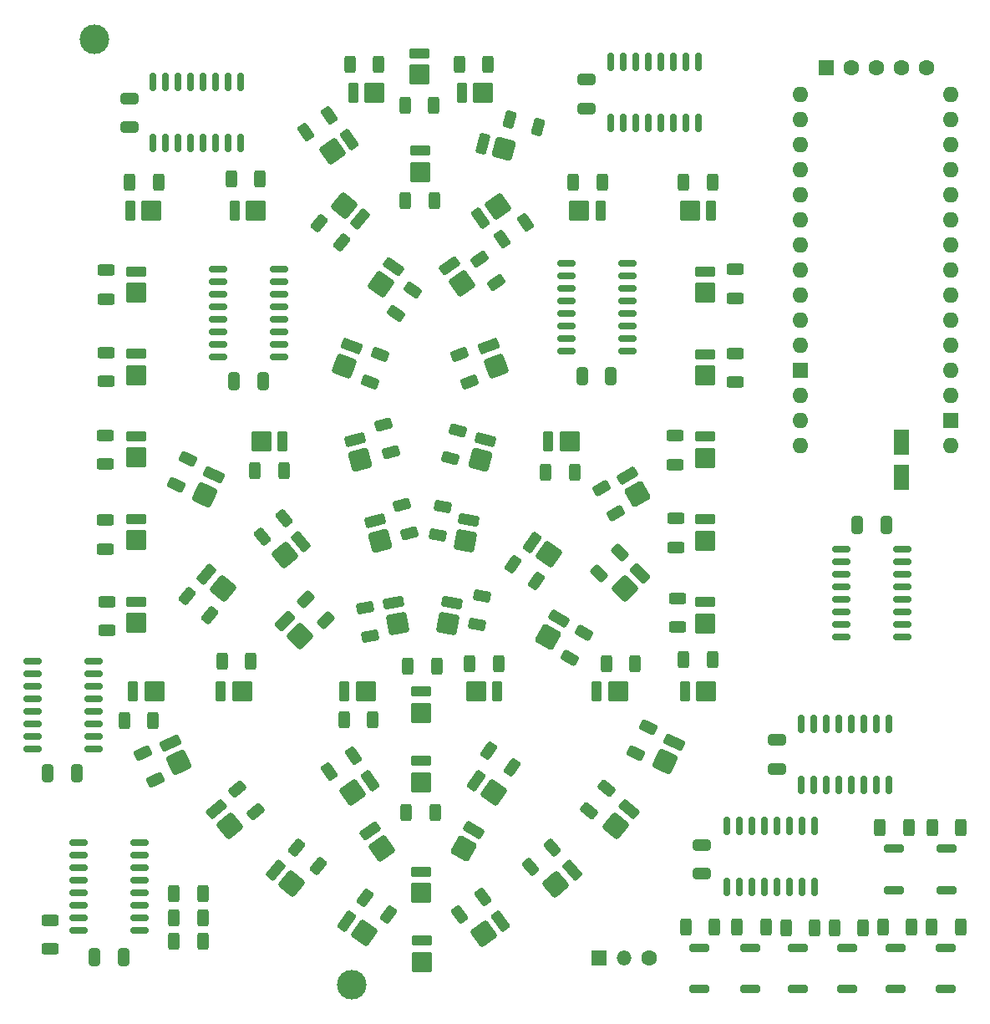
<source format=gts>
G04 #@! TF.GenerationSoftware,KiCad,Pcbnew,9.0.6*
G04 #@! TF.CreationDate,2025-11-26T10:40:33-06:00*
G04 #@! TF.ProjectId,slu,736c752e-6b69-4636-9164-5f7063625858,rev?*
G04 #@! TF.SameCoordinates,Original*
G04 #@! TF.FileFunction,Soldermask,Top*
G04 #@! TF.FilePolarity,Negative*
%FSLAX46Y46*%
G04 Gerber Fmt 4.6, Leading zero omitted, Abs format (unit mm)*
G04 Created by KiCad (PCBNEW 9.0.6) date 2025-11-26 10:40:33*
%MOMM*%
%LPD*%
G01*
G04 APERTURE LIST*
G04 Aperture macros list*
%AMRoundRect*
0 Rectangle with rounded corners*
0 $1 Rounding radius*
0 $2 $3 $4 $5 $6 $7 $8 $9 X,Y pos of 4 corners*
0 Add a 4 corners polygon primitive as box body*
4,1,4,$2,$3,$4,$5,$6,$7,$8,$9,$2,$3,0*
0 Add four circle primitives for the rounded corners*
1,1,$1+$1,$2,$3*
1,1,$1+$1,$4,$5*
1,1,$1+$1,$6,$7*
1,1,$1+$1,$8,$9*
0 Add four rect primitives between the rounded corners*
20,1,$1+$1,$2,$3,$4,$5,0*
20,1,$1+$1,$4,$5,$6,$7,0*
20,1,$1+$1,$6,$7,$8,$9,0*
20,1,$1+$1,$8,$9,$2,$3,0*%
G04 Aperture macros list end*
%ADD10C,3.000000*%
%ADD11RoundRect,0.250000X-0.550000X1.050000X-0.550000X-1.050000X0.550000X-1.050000X0.550000X1.050000X0*%
%ADD12RoundRect,0.165000X-0.385000X-0.885000X0.385000X-0.885000X0.385000X0.885000X-0.385000X0.885000X0*%
%ADD13RoundRect,0.315000X-0.735000X-0.735000X0.735000X-0.735000X0.735000X0.735000X-0.735000X0.735000X0*%
%ADD14RoundRect,0.250000X0.641131X0.277907X0.162353X0.679649X-0.641131X-0.277907X-0.162353X-0.679649X0*%
%ADD15RoundRect,0.165000X-0.885000X0.385000X-0.885000X-0.385000X0.885000X-0.385000X0.885000X0.385000X0*%
%ADD16RoundRect,0.315000X-0.735000X0.735000X-0.735000X-0.735000X0.735000X-0.735000X0.735000X0.735000X0*%
%ADD17RoundRect,0.250000X0.126561X-0.687214X0.625708X-0.311080X-0.126561X0.687214X-0.625708X0.311080X0*%
%ADD18RoundRect,0.250000X-0.312500X-0.625000X0.312500X-0.625000X0.312500X0.625000X-0.312500X0.625000X0*%
%ADD19RoundRect,0.250000X-0.463614X-0.522823X0.140090X-0.684585X0.463614X0.522823X-0.140090X0.684585X0*%
%ADD20RoundRect,0.250000X0.669770X-0.199222X0.561240X0.416283X-0.669770X0.199222X-0.561240X-0.416283X0*%
%ADD21RoundRect,0.165000X-0.898026X-0.353553X-0.353553X-0.898026X0.898026X0.353553X0.353553X0.898026X0*%
%ADD22RoundRect,0.315000X-1.039447X0.000000X0.000000X-1.039447X1.039447X0.000000X0.000000X1.039447X0*%
%ADD23RoundRect,0.250000X0.312500X0.625000X-0.312500X0.625000X-0.312500X-0.625000X0.312500X-0.625000X0*%
%ADD24RoundRect,0.162500X0.750000X0.162500X-0.750000X0.162500X-0.750000X-0.162500X0.750000X-0.162500X0*%
%ADD25RoundRect,0.250000X-0.650000X0.325000X-0.650000X-0.325000X0.650000X-0.325000X0.650000X0.325000X0*%
%ADD26RoundRect,0.165000X-0.863794X-0.430476X-0.273940X-0.925423X0.863794X0.430476X0.273940X0.925423X0*%
%ADD27RoundRect,0.315000X-1.035492X-0.090594X0.090594X-1.035492X1.035492X0.090594X-0.090594X1.035492X0*%
%ADD28RoundRect,0.200000X0.800000X-0.200000X0.800000X0.200000X-0.800000X0.200000X-0.800000X-0.200000X0*%
%ADD29RoundRect,0.250000X-0.625000X0.312500X-0.625000X-0.312500X0.625000X-0.312500X0.625000X0.312500X0*%
%ADD30RoundRect,0.165000X-0.755199X0.600936X-0.954490X-0.142827X0.755199X-0.600936X0.954490X0.142827X0*%
%ADD31RoundRect,0.315000X-0.519723X0.900187X-0.900187X-0.519723X0.519723X-0.900187X0.900187X0.519723X0*%
%ADD32RoundRect,0.165000X0.385000X0.885000X-0.385000X0.885000X-0.385000X-0.885000X0.385000X-0.885000X0*%
%ADD33RoundRect,0.315000X0.735000X0.735000X-0.735000X0.735000X-0.735000X-0.735000X0.735000X-0.735000X0*%
%ADD34RoundRect,0.165000X-0.958932X-0.109080X-0.573932X-0.775920X0.958932X0.109080X0.573932X0.775920X0*%
%ADD35RoundRect,0.315000X-1.004029X0.269029X-0.269029X-1.004029X1.004029X-0.269029X0.269029X1.004029X0*%
%ADD36RoundRect,0.250000X0.162353X-0.679649X0.641131X-0.277907X-0.162353X0.679649X-0.641131X0.277907X0*%
%ADD37RoundRect,0.250000X0.174190X-0.676712X0.645884X-0.266675X-0.174190X0.676712X-0.645884X0.266675X0*%
%ADD38RoundRect,0.162500X-0.750000X-0.162500X0.750000X-0.162500X0.750000X0.162500X-0.750000X0.162500X0*%
%ADD39RoundRect,0.250000X0.434374X-0.547358X0.698511X0.019085X-0.434374X0.547358X-0.698511X-0.019085X0*%
%ADD40RoundRect,0.250000X-0.325000X-0.650000X0.325000X-0.650000X0.325000X0.650000X-0.325000X0.650000X0*%
%ADD41RoundRect,0.250000X-0.522823X0.463614X-0.684585X-0.140090X0.522823X-0.463614X0.684585X0.140090X0*%
%ADD42RoundRect,0.165000X-0.964790X-0.025089X-0.639374X-0.722946X0.964790X0.025089X0.639374X0.722946X0*%
%ADD43RoundRect,0.315000X-0.976761X0.355512X-0.355512X-0.976761X0.976761X-0.355512X0.355512X0.976761X0*%
%ADD44RoundRect,0.162500X0.162500X-0.750000X0.162500X0.750000X-0.162500X0.750000X-0.162500X-0.750000X0*%
%ADD45RoundRect,0.250000X-0.561240X0.416283X-0.669770X-0.199222X0.561240X-0.416283X0.669770X0.199222X0*%
%ADD46RoundRect,0.165000X-0.938409X0.225472X-0.804700X-0.532830X0.938409X-0.225472X0.804700X0.532830X0*%
%ADD47RoundRect,0.315000X-0.851465X0.596202X-0.596202X-0.851465X0.851465X-0.596202X0.596202X0.851465X0*%
%ADD48RoundRect,0.165000X-0.822989X-0.504123X-0.192242X-0.945776X0.822989X0.504123X0.192242X0.945776X0*%
%ADD49RoundRect,0.315000X-1.023655X-0.180498X0.180498X-1.023655X1.023655X0.180498X-0.180498X1.023655X0*%
%ADD50RoundRect,0.165000X-0.639374X0.722946X-0.964790X0.025089X0.639374X-0.722946X0.964790X-0.025089X0*%
%ADD51RoundRect,0.315000X-0.355512X0.976761X-0.976761X-0.355512X0.355512X-0.976761X0.976761X0.355512X0*%
%ADD52RoundRect,0.250000X-0.332727X0.614470X-0.691213X0.102500X0.332727X-0.614470X0.691213X-0.102500X0*%
%ADD53RoundRect,0.165000X-0.192242X0.945776X-0.822989X0.504123X0.192242X-0.945776X0.822989X-0.504123X0*%
%ADD54RoundRect,0.315000X0.180498X1.023655X-1.023655X0.180498X-0.180498X-1.023655X1.023655X-0.180498X0*%
%ADD55RoundRect,0.250000X0.625000X-0.312500X0.625000X0.312500X-0.625000X0.312500X-0.625000X-0.312500X0*%
%ADD56RoundRect,0.165000X-0.954490X0.142827X-0.755199X-0.600936X0.954490X-0.142827X0.755199X0.600936X0*%
%ADD57RoundRect,0.315000X-0.900187X0.519723X-0.519723X-0.900187X0.900187X-0.519723X0.519723X0.900187X0*%
%ADD58RoundRect,0.165000X-0.945776X-0.192242X-0.504123X-0.822989X0.945776X0.192242X0.504123X0.822989X0*%
%ADD59RoundRect,0.315000X-1.023655X0.180498X-0.180498X-1.023655X1.023655X-0.180498X0.180498X1.023655X0*%
%ADD60RoundRect,0.165000X-0.290049X0.920501X-0.871175X0.415335X0.290049X-0.920501X0.871175X-0.415335X0*%
%ADD61RoundRect,0.315000X0.072508X1.036915X-1.036915X0.072508X-0.072508X-1.036915X1.036915X-0.072508X0*%
%ADD62RoundRect,0.250000X-0.684585X0.140090X-0.522823X-0.463614X0.684585X-0.140090X0.522823X0.463614X0*%
%ADD63RoundRect,0.250000X0.220971X-0.662913X0.662913X-0.220971X-0.220971X0.662913X-0.662913X0.220971X0*%
%ADD64RoundRect,0.250000X0.697516X0.041867X0.385016X0.583133X-0.697516X-0.041867X-0.385016X-0.583133X0*%
%ADD65RoundRect,0.165000X-0.804700X0.532830X-0.938409X-0.225472X0.804700X-0.532830X0.938409X0.225472X0*%
%ADD66RoundRect,0.315000X-0.596202X0.851465X-0.851465X-0.596202X0.596202X-0.851465X0.851465X0.596202X0*%
%ADD67RoundRect,0.250000X0.679649X0.162353X0.277907X0.641131X-0.679649X-0.162353X-0.277907X-0.641131X0*%
%ADD68RoundRect,0.250000X0.102500X-0.691213X0.614470X-0.332727X-0.102500X0.691213X-0.614470X0.332727X0*%
%ADD69RoundRect,0.165000X0.192242X-0.945776X0.822989X-0.504123X-0.192242X0.945776X-0.822989X0.504123X0*%
%ADD70RoundRect,0.315000X-0.180498X-1.023655X1.023655X-0.180498X0.180498X1.023655X-1.023655X0.180498X0*%
%ADD71RoundRect,0.250000X0.561240X-0.416283X0.669770X0.199222X-0.561240X0.416283X-0.669770X-0.199222X0*%
%ADD72RoundRect,0.250000X-0.694189X0.079891X-0.480427X-0.507417X0.694189X-0.079891X0.480427X0.507417X0*%
%ADD73RoundRect,0.250000X-0.102500X0.691213X-0.614470X0.332727X0.102500X-0.691213X0.614470X-0.332727X0*%
%ADD74RoundRect,0.250000X0.614470X0.332727X0.102500X0.691213X-0.614470X-0.332727X-0.102500X-0.691213X0*%
%ADD75RoundRect,0.165000X-0.699950X0.664469X-0.963306X-0.059094X0.699950X-0.664469X0.963306X0.059094X0*%
%ADD76RoundRect,0.315000X-0.439289X0.942059X-0.942059X-0.439289X0.439289X-0.942059X0.942059X0.439289X0*%
%ADD77RoundRect,0.250000X0.698511X-0.019085X0.434374X0.547358X-0.698511X0.019085X-0.434374X-0.547358X0*%
%ADD78RoundRect,0.165000X-0.600936X-0.755199X0.142827X-0.954490X0.600936X0.755199X-0.142827X0.954490X0*%
%ADD79RoundRect,0.315000X-0.900187X-0.519723X0.519723X-0.900187X0.900187X0.519723X-0.519723X0.900187X0*%
%ADD80RoundRect,0.165000X-0.963306X0.059094X-0.699950X-0.664469X0.963306X-0.059094X0.699950X0.664469X0*%
%ADD81RoundRect,0.315000X-0.942059X0.439289X-0.439289X-0.942059X0.942059X-0.439289X0.439289X0.942059X0*%
%ADD82RoundRect,0.250000X0.650000X-0.325000X0.650000X0.325000X-0.650000X0.325000X-0.650000X-0.325000X0*%
%ADD83RoundRect,0.250000X0.662913X0.220971X0.220971X0.662913X-0.662913X-0.220971X-0.220971X-0.662913X0*%
%ADD84C,1.600000*%
%ADD85O,1.500000X1.500000*%
%ADD86R,1.600000X1.600000*%
%ADD87RoundRect,0.250000X0.325000X0.650000X-0.325000X0.650000X-0.325000X-0.650000X0.325000X-0.650000X0*%
%ADD88RoundRect,0.165000X-0.925423X-0.273940X-0.430476X-0.863794X0.925423X0.273940X0.430476X0.863794X0*%
%ADD89RoundRect,0.315000X-1.035492X0.090594X-0.090594X-1.035492X1.035492X-0.090594X0.090594X1.035492X0*%
%ADD90RoundRect,0.165000X0.863794X0.430476X0.273940X0.925423X-0.863794X-0.430476X-0.273940X-0.925423X0*%
%ADD91RoundRect,0.315000X1.035492X0.090594X-0.090594X1.035492X-1.035492X-0.090594X0.090594X-1.035492X0*%
%ADD92RoundRect,0.165000X-0.353553X0.898026X-0.898026X0.353553X0.353553X-0.898026X0.898026X-0.353553X0*%
%ADD93RoundRect,0.315000X0.000000X1.039447X-1.039447X0.000000X0.000000X-1.039447X1.039447X0.000000X0*%
%ADD94RoundRect,0.165000X-0.273940X0.925423X-0.863794X0.430476X0.273940X-0.925423X0.863794X-0.430476X0*%
%ADD95RoundRect,0.315000X0.090594X1.035492X-1.035492X0.090594X-0.090594X-1.035492X1.035492X-0.090594X0*%
%ADD96RoundRect,0.165000X-0.573932X0.775920X-0.958932X0.109080X0.573932X-0.775920X0.958932X-0.109080X0*%
%ADD97RoundRect,0.315000X-0.269029X1.004029X-1.004029X-0.269029X0.269029X-1.004029X1.004029X0.269029X0*%
%ADD98RoundRect,0.250000X0.385016X-0.583133X0.697516X-0.041867X-0.385016X0.583133X-0.697516X0.041867X0*%
%ADD99RoundRect,0.165000X-0.208718X0.942277X-0.831661X0.489683X0.208718X-0.942277X0.831661X-0.489683X0*%
%ADD100RoundRect,0.315000X0.162605X1.026650X-1.026650X0.162605X-0.162605X-1.026650X1.026650X-0.162605X0*%
%ADD101RoundRect,0.250000X-0.691213X-0.102500X-0.332727X-0.614470X0.691213X0.102500X0.332727X0.614470X0*%
%ADD102RoundRect,0.250000X0.289054X-0.636183X0.682379X-0.150467X-0.289054X0.636183X-0.682379X0.150467X0*%
%ADD103RoundRect,0.250000X0.620184X0.321953X0.114548X0.689319X-0.620184X-0.321953X-0.114548X-0.689319X0*%
%ADD104RoundRect,0.250000X0.480427X-0.507417X0.694189X0.079891X-0.480427X0.507417X-0.694189X-0.079891X0*%
%ADD105RoundRect,0.165000X-0.430476X0.863794X-0.925423X0.273940X0.430476X-0.863794X0.925423X-0.273940X0*%
%ADD106RoundRect,0.315000X-0.090594X1.035492X-1.035492X-0.090594X0.090594X-1.035492X1.035492X0.090594X0*%
%ADD107RoundRect,0.165000X-0.504123X0.822989X-0.945776X0.192242X0.504123X-0.822989X0.945776X-0.192242X0*%
%ADD108RoundRect,0.315000X-0.180498X1.023655X-1.023655X-0.180498X0.180498X-1.023655X1.023655X0.180498X0*%
%ADD109O,1.600000X1.600000*%
G04 APERTURE END LIST*
D10*
G04 #@! TO.C,REF\u002A\u002A*
X67110000Y-50670000D03*
G04 #@! TD*
G04 #@! TO.C,REF\u002A\u002A*
X93210000Y-146460000D03*
G04 #@! TD*
D11*
G04 #@! TO.C,bc1*
X148880000Y-91470000D03*
X148880000Y-95070000D03*
G04 #@! TD*
D12*
G04 #@! TO.C,d42*
X118030000Y-116770000D03*
D13*
X120180000Y-116770000D03*
G04 #@! TD*
D14*
G04 #@! TO.C,r18*
X89830340Y-134470077D03*
X87589660Y-132589923D03*
G04 #@! TD*
D15*
G04 #@! TO.C,d9*
X129050000Y-82573333D03*
D16*
X129050000Y-84723333D03*
G04 #@! TD*
D17*
G04 #@! TO.C,r1*
X104130000Y-139300000D03*
X106466008Y-137539692D03*
G04 #@! TD*
D18*
G04 #@! TO.C,r12*
X115647500Y-65130000D03*
X118572500Y-65130000D03*
G04 #@! TD*
D15*
G04 #@! TO.C,d25*
X71340000Y-82553333D03*
D16*
X71340000Y-84703333D03*
G04 #@! TD*
D19*
G04 #@! TO.C,r15*
X109247333Y-58851477D03*
X112072667Y-59608523D03*
G04 #@! TD*
D20*
G04 #@! TO.C,r51*
X95073960Y-111110281D03*
X94566040Y-108229719D03*
G04 #@! TD*
D21*
G04 #@! TO.C,d52*
X86402477Y-109592477D03*
D22*
X87922756Y-111112756D03*
G04 #@! TD*
D18*
G04 #@! TO.C,r44*
X80047500Y-113660000D03*
X82972500Y-113660000D03*
G04 #@! TD*
D23*
G04 #@! TO.C,r34*
X78130400Y-142036800D03*
X75205400Y-142036800D03*
G04 #@! TD*
D24*
G04 #@! TO.C,ICO6*
X121140000Y-82300000D03*
X121140000Y-81030000D03*
X121140000Y-79760000D03*
X121140000Y-78490000D03*
X121140000Y-77220000D03*
X121140000Y-75950000D03*
X121140000Y-74680000D03*
X121140000Y-73410000D03*
X114965000Y-73410000D03*
X114965000Y-74680000D03*
X114965000Y-75950000D03*
X114965000Y-77220000D03*
X114965000Y-78490000D03*
X114965000Y-79760000D03*
X114965000Y-81030000D03*
X114965000Y-82300000D03*
G04 #@! TD*
D23*
G04 #@! TO.C,r32*
X95952500Y-53230000D03*
X93027500Y-53230000D03*
G04 #@! TD*
D25*
G04 #@! TO.C,c2*
X116980000Y-54785000D03*
X116980000Y-57735000D03*
G04 #@! TD*
D26*
G04 #@! TO.C,d53*
X78503500Y-104918665D03*
D27*
X80150496Y-106300658D03*
G04 #@! TD*
D18*
G04 #@! TO.C,r63*
X98637500Y-67075000D03*
X101562500Y-67075000D03*
G04 #@! TD*
D28*
G04 #@! TO.C,b1*
X148190000Y-136850000D03*
X148190000Y-132650000D03*
G04 #@! TD*
D29*
G04 #@! TO.C,r22*
X68390000Y-107667500D03*
X68390000Y-110592500D03*
G04 #@! TD*
D30*
G04 #@! TO.C,d59*
X106776818Y-91225658D03*
D31*
X106220357Y-93302400D03*
G04 #@! TD*
D12*
G04 #@! TO.C,d44*
X79950000Y-116770000D03*
D13*
X82100000Y-116770000D03*
G04 #@! TD*
D32*
G04 #@! TO.C,d55*
X86200000Y-91450000D03*
D33*
X84050000Y-91450000D03*
G04 #@! TD*
D34*
G04 #@! TO.C,d47*
X121110000Y-94899526D03*
D35*
X122185000Y-96761481D03*
G04 #@! TD*
D15*
G04 #@! TO.C,d23*
X71340000Y-99276667D03*
D16*
X71340000Y-101426667D03*
G04 #@! TD*
D23*
G04 #@! TO.C,r70*
X145052500Y-140660000D03*
X142127500Y-140660000D03*
G04 #@! TD*
G04 #@! TO.C,r21*
X73092500Y-119730000D03*
X70167500Y-119730000D03*
G04 #@! TD*
D36*
G04 #@! TO.C,r56*
X84129660Y-101070077D03*
X86370340Y-99189923D03*
G04 #@! TD*
D37*
G04 #@! TO.C,r2*
X111286237Y-134479486D03*
X113493763Y-132560514D03*
G04 #@! TD*
D38*
G04 #@! TO.C,ICO8*
X142810000Y-102380000D03*
X142810000Y-103650000D03*
X142810000Y-104920000D03*
X142810000Y-106190000D03*
X142810000Y-107460000D03*
X142810000Y-108730000D03*
X142810000Y-110000000D03*
X142810000Y-111270000D03*
X148985000Y-111270000D03*
X148985000Y-110000000D03*
X148985000Y-108730000D03*
X148985000Y-107460000D03*
X148985000Y-106190000D03*
X148985000Y-104920000D03*
X148985000Y-103650000D03*
X148985000Y-102380000D03*
G04 #@! TD*
D28*
G04 #@! TO.C,b5*
X138450000Y-146910000D03*
X138450000Y-142710000D03*
G04 #@! TD*
D39*
G04 #@! TO.C,r4*
X122011921Y-123015475D03*
X123248079Y-120364525D03*
G04 #@! TD*
D15*
G04 #@! TO.C,d24*
X71340000Y-90915000D03*
D16*
X71340000Y-93065000D03*
G04 #@! TD*
D40*
G04 #@! TO.C,c7*
X81265000Y-85290000D03*
X84215000Y-85290000D03*
G04 #@! TD*
D18*
G04 #@! TO.C,r16*
X104097500Y-53200000D03*
X107022500Y-53200000D03*
G04 #@! TD*
G04 #@! TO.C,r5*
X126827500Y-113490000D03*
X129752500Y-113490000D03*
G04 #@! TD*
D41*
G04 #@! TO.C,r59*
X103968523Y-90287333D03*
X103211477Y-93112667D03*
G04 #@! TD*
D42*
G04 #@! TO.C,d20*
X74800000Y-122000000D03*
D43*
X75708629Y-123948561D03*
G04 #@! TD*
D23*
G04 #@! TO.C,r69*
X140122500Y-140660000D03*
X137197500Y-140660000D03*
G04 #@! TD*
G04 #@! TO.C,r27*
X73622500Y-65130000D03*
X70697500Y-65130000D03*
G04 #@! TD*
D18*
G04 #@! TO.C,r11*
X126829999Y-65129999D03*
X129754999Y-65129999D03*
G04 #@! TD*
D44*
G04 #@! TO.C,ICO2*
X119417500Y-59187500D03*
X120687500Y-59187500D03*
X121957500Y-59187500D03*
X123227500Y-59187500D03*
X124497500Y-59187500D03*
X125767500Y-59187500D03*
X127037500Y-59187500D03*
X128307500Y-59187500D03*
X128307500Y-53012500D03*
X127037500Y-53012500D03*
X125767500Y-53012500D03*
X124497500Y-53012500D03*
X123227500Y-53012500D03*
X121957500Y-53012500D03*
X120687500Y-53012500D03*
X119417500Y-53012500D03*
G04 #@! TD*
D45*
G04 #@! TO.C,r58*
X102453960Y-97979719D03*
X101946040Y-100860281D03*
G04 #@! TD*
D15*
G04 #@! TO.C,d40*
X100250000Y-116770000D03*
D16*
X100250000Y-118920000D03*
G04 #@! TD*
D12*
G04 #@! TO.C,d27*
X70770000Y-68070000D03*
D13*
X72920000Y-68070000D03*
G04 #@! TD*
D46*
G04 #@! TO.C,d51*
X97477310Y-107770358D03*
D47*
X97850655Y-109887694D03*
G04 #@! TD*
D48*
G04 #@! TO.C,d49*
X111462336Y-101651408D03*
D49*
X113223513Y-102884597D03*
G04 #@! TD*
D23*
G04 #@! TO.C,r66*
X154965000Y-130500000D03*
X152040000Y-130500000D03*
G04 #@! TD*
D50*
G04 #@! TO.C,d54*
X79206308Y-94845548D03*
D51*
X78297679Y-96794109D03*
G04 #@! TD*
D52*
G04 #@! TO.C,r29*
X99388856Y-76081990D03*
X97711144Y-78478010D03*
G04 #@! TD*
D44*
G04 #@! TO.C,ICI1*
X131205000Y-136527500D03*
X132475000Y-136527500D03*
X133745000Y-136527500D03*
X135015000Y-136527500D03*
X136285000Y-136527500D03*
X137555000Y-136527500D03*
X138825000Y-136527500D03*
X140095000Y-136527500D03*
X140095000Y-130352500D03*
X138825000Y-130352500D03*
X137555000Y-130352500D03*
X136285000Y-130352500D03*
X135015000Y-130352500D03*
X133745000Y-130352500D03*
X132475000Y-130352500D03*
X131205000Y-130352500D03*
G04 #@! TD*
D15*
G04 #@! TO.C,d33*
X100340000Y-141990000D03*
D16*
X100340000Y-144140000D03*
G04 #@! TD*
D32*
G04 #@! TO.C,d12*
X118410000Y-68070000D03*
D33*
X116260000Y-68070000D03*
G04 #@! TD*
D44*
G04 #@! TO.C,ICO1*
X138797500Y-126227500D03*
X140067500Y-126227500D03*
X141337500Y-126227500D03*
X142607500Y-126227500D03*
X143877500Y-126227500D03*
X145147500Y-126227500D03*
X146417500Y-126227500D03*
X147687500Y-126227500D03*
X147687500Y-120052500D03*
X146417500Y-120052500D03*
X145147500Y-120052500D03*
X143877500Y-120052500D03*
X142607500Y-120052500D03*
X141337500Y-120052500D03*
X140067500Y-120052500D03*
X138797500Y-120052500D03*
G04 #@! TD*
D32*
G04 #@! TO.C,d11*
X129630000Y-68070000D03*
D33*
X127480000Y-68070000D03*
G04 #@! TD*
D53*
G04 #@! TO.C,d31*
X92987664Y-60831408D03*
D54*
X91226487Y-62064597D03*
G04 #@! TD*
D55*
G04 #@! TO.C,r33*
X62672500Y-142827500D03*
X62672500Y-139902500D03*
G04 #@! TD*
D56*
G04 #@! TO.C,d60*
X93533182Y-91225658D03*
D57*
X94089643Y-93302400D03*
G04 #@! TD*
D58*
G04 #@! TO.C,d36*
X95051408Y-130852336D03*
D59*
X96284597Y-132613513D03*
G04 #@! TD*
D24*
G04 #@! TO.C,ICO7*
X85807500Y-82875000D03*
X85807500Y-81605000D03*
X85807500Y-80335000D03*
X85807500Y-79065000D03*
X85807500Y-77795000D03*
X85807500Y-76525000D03*
X85807500Y-75255000D03*
X85807500Y-73985000D03*
X79632500Y-73985000D03*
X79632500Y-75255000D03*
X79632500Y-76525000D03*
X79632500Y-77795000D03*
X79632500Y-79065000D03*
X79632500Y-80335000D03*
X79632500Y-81605000D03*
X79632500Y-82875000D03*
G04 #@! TD*
D32*
G04 #@! TO.C,d41*
X107980000Y-116770000D03*
D33*
X105830000Y-116770000D03*
G04 #@! TD*
D60*
G04 #@! TO.C,d2*
X115521311Y-134870881D03*
D61*
X113898685Y-136281408D03*
G04 #@! TD*
D62*
G04 #@! TO.C,r60*
X96400000Y-89700000D03*
X97157046Y-92525334D03*
G04 #@! TD*
D15*
G04 #@! TO.C,d6*
X129050000Y-107688333D03*
D16*
X129050000Y-109838333D03*
G04 #@! TD*
D28*
G04 #@! TO.C,b2*
X153465000Y-136850000D03*
X153465000Y-132650000D03*
G04 #@! TD*
D50*
G04 #@! TO.C,d4*
X125876308Y-121915548D03*
D51*
X124967679Y-123864109D03*
G04 #@! TD*
D63*
G04 #@! TO.C,r46*
X118285856Y-104784144D03*
X120354144Y-102715856D03*
G04 #@! TD*
D15*
G04 #@! TO.C,d64*
X100100000Y-52100000D03*
D16*
X100100000Y-54250000D03*
G04 #@! TD*
D64*
G04 #@! TO.C,r47*
X119981250Y-98726562D03*
X118518750Y-96193438D03*
G04 #@! TD*
D65*
G04 #@! TO.C,d50*
X103352690Y-107770358D03*
D66*
X102979345Y-109887694D03*
G04 #@! TD*
D23*
G04 #@! TO.C,r68*
X135192500Y-140630000D03*
X132267500Y-140630000D03*
G04 #@! TD*
D55*
G04 #@! TO.C,r25*
X68360000Y-85355833D03*
X68360000Y-82430833D03*
G04 #@! TD*
D29*
G04 #@! TO.C,r24*
X68270000Y-90807500D03*
X68270000Y-93732500D03*
G04 #@! TD*
D55*
G04 #@! TO.C,r26*
X68360000Y-76994167D03*
X68360000Y-74069167D03*
G04 #@! TD*
D67*
G04 #@! TO.C,r19*
X83480077Y-128920340D03*
X81599923Y-126679660D03*
G04 #@! TD*
D48*
G04 #@! TO.C,d38*
X105802336Y-125761408D03*
D49*
X107563513Y-126994597D03*
G04 #@! TD*
D68*
G04 #@! TO.C,r14*
X108453981Y-70947712D03*
X110850001Y-69270000D03*
G04 #@! TD*
D69*
G04 #@! TO.C,d14*
X106232336Y-68838592D03*
D70*
X107993513Y-67605403D03*
G04 #@! TD*
D24*
G04 #@! TO.C,ICO5*
X71707500Y-140985000D03*
X71707500Y-139715000D03*
X71707500Y-138445000D03*
X71707500Y-137175000D03*
X71707500Y-135905000D03*
X71707500Y-134635000D03*
X71707500Y-133365000D03*
X71707500Y-132095000D03*
X65532500Y-132095000D03*
X65532500Y-133365000D03*
X65532500Y-134635000D03*
X65532500Y-135905000D03*
X65532500Y-137175000D03*
X65532500Y-138445000D03*
X65532500Y-139715000D03*
X65532500Y-140985000D03*
G04 #@! TD*
D25*
G04 #@! TO.C,c1*
X136300000Y-121625000D03*
X136300000Y-124575000D03*
G04 #@! TD*
D56*
G04 #@! TO.C,d57*
X95563182Y-99425658D03*
D57*
X96119643Y-101502400D03*
G04 #@! TD*
D23*
G04 #@! TO.C,r36*
X78130400Y-137236200D03*
X75205400Y-137236200D03*
G04 #@! TD*
D12*
G04 #@! TO.C,d16*
X104385000Y-56130000D03*
D13*
X106535000Y-56130000D03*
G04 #@! TD*
D71*
G04 #@! TO.C,r50*
X105912078Y-109990560D03*
X106419998Y-107109998D03*
G04 #@! TD*
D72*
G04 #@! TO.C,r62*
X104149796Y-82645700D03*
X105150204Y-85394300D03*
G04 #@! TD*
D29*
G04 #@! TO.C,r8*
X125950000Y-90822500D03*
X125950000Y-93747500D03*
G04 #@! TD*
D73*
G04 #@! TO.C,r37*
X93338010Y-123221144D03*
X90941990Y-124898856D03*
G04 #@! TD*
D55*
G04 #@! TO.C,r10*
X132060000Y-76922500D03*
X132060000Y-73997500D03*
G04 #@! TD*
D74*
G04 #@! TO.C,r38*
X109508010Y-124418856D03*
X107111990Y-122741144D03*
G04 #@! TD*
D65*
G04 #@! TO.C,d58*
X105082690Y-99400358D03*
D66*
X104709345Y-101517694D03*
G04 #@! TD*
D75*
G04 #@! TO.C,d61*
X93188307Y-81740812D03*
D76*
X92452964Y-83761151D03*
G04 #@! TD*
D77*
G04 #@! TO.C,r20*
X73288079Y-125685475D03*
X72051921Y-123034525D03*
G04 #@! TD*
D23*
G04 #@! TO.C,r39*
X101642500Y-128970000D03*
X98717500Y-128970000D03*
G04 #@! TD*
D73*
G04 #@! TO.C,r31*
X90938010Y-58371144D03*
X88541990Y-60048856D03*
G04 #@! TD*
D78*
G04 #@! TO.C,d15*
X106505658Y-61253182D03*
D79*
X108582400Y-61809643D03*
G04 #@! TD*
D18*
G04 #@! TO.C,r42*
X119007500Y-113920000D03*
X121932500Y-113920000D03*
G04 #@! TD*
D29*
G04 #@! TO.C,r7*
X126080000Y-99207500D03*
X126080000Y-102132500D03*
G04 #@! TD*
D18*
G04 #@! TO.C,r55*
X83397500Y-94400000D03*
X86322500Y-94400000D03*
G04 #@! TD*
D40*
G04 #@! TO.C,c3*
X62390000Y-125040000D03*
X65340000Y-125040000D03*
G04 #@! TD*
D23*
G04 #@! TO.C,r67*
X129972500Y-140610000D03*
X127047500Y-140610000D03*
G04 #@! TD*
D80*
G04 #@! TO.C,d62*
X107121693Y-81740812D03*
D81*
X107857036Y-83761151D03*
G04 #@! TD*
D23*
G04 #@! TO.C,r40*
X101812500Y-114210000D03*
X98887500Y-114210000D03*
G04 #@! TD*
D82*
G04 #@! TO.C,c9*
X128727200Y-135231400D03*
X128727200Y-132281400D03*
G04 #@! TD*
D83*
G04 #@! TO.C,r52*
X90604144Y-109514144D03*
X88535856Y-107445856D03*
G04 #@! TD*
D84*
G04 #@! TO.C,sw1*
X123342400Y-143738600D03*
D85*
X120802400Y-143738600D03*
D86*
X118262400Y-143738600D03*
G04 #@! TD*
D12*
G04 #@! TO.C,d48*
X113120000Y-91450000D03*
D13*
X115270000Y-91450000D03*
G04 #@! TD*
D18*
G04 #@! TO.C,r43*
X92427500Y-119650000D03*
X95352500Y-119650000D03*
G04 #@! TD*
D87*
G04 #@! TO.C,c8*
X147375000Y-99900000D03*
X144425000Y-99900000D03*
G04 #@! TD*
D14*
G04 #@! TO.C,r53*
X78780681Y-109000154D03*
X76540001Y-107120000D03*
G04 #@! TD*
D23*
G04 #@! TO.C,r28*
X83922500Y-64850000D03*
X80997500Y-64850000D03*
G04 #@! TD*
D74*
G04 #@! TO.C,r49*
X111949999Y-105520000D03*
X109553979Y-103842288D03*
G04 #@! TD*
D88*
G04 #@! TO.C,d19*
X79458665Y-128703500D03*
D89*
X80840658Y-130350496D03*
G04 #@! TD*
D90*
G04 #@! TO.C,d30*
X94086500Y-68931335D03*
D91*
X92439504Y-67549342D03*
G04 #@! TD*
D23*
G04 #@! TO.C,r65*
X149652500Y-130530000D03*
X146727500Y-130530000D03*
G04 #@! TD*
D44*
G04 #@! TO.C,ICO4*
X73050000Y-61210000D03*
X74320000Y-61210000D03*
X75590000Y-61210000D03*
X76860000Y-61210000D03*
X78130000Y-61210000D03*
X79400000Y-61210000D03*
X80670000Y-61210000D03*
X81940000Y-61210000D03*
X81940000Y-55035000D03*
X80670000Y-55035000D03*
X79400000Y-55035000D03*
X78130000Y-55035000D03*
X76860000Y-55035000D03*
X75590000Y-55035000D03*
X74320000Y-55035000D03*
X73050000Y-55035000D03*
G04 #@! TD*
D12*
G04 #@! TO.C,d5*
X126950000Y-116770000D03*
D13*
X129100000Y-116770000D03*
G04 #@! TD*
D55*
G04 #@! TO.C,r9*
X132100000Y-85432500D03*
X132100000Y-82507500D03*
G04 #@! TD*
D39*
G04 #@! TO.C,r54*
X75411921Y-95845475D03*
X76648079Y-93194525D03*
G04 #@! TD*
D15*
G04 #@! TO.C,d7*
X129050000Y-99316667D03*
D16*
X129050000Y-101466667D03*
G04 #@! TD*
D92*
G04 #@! TO.C,d46*
X122387523Y-104832477D03*
D93*
X120867244Y-106352756D03*
G04 #@! TD*
D94*
G04 #@! TO.C,d56*
X88076500Y-101558665D03*
D95*
X86429504Y-102940658D03*
G04 #@! TD*
D58*
G04 #@! TO.C,d13*
X103141408Y-73672336D03*
D59*
X104374597Y-75433513D03*
G04 #@! TD*
D28*
G04 #@! TO.C,b8*
X153400000Y-146910000D03*
X153400000Y-142710000D03*
G04 #@! TD*
D15*
G04 #@! TO.C,d10*
X129050000Y-74201667D03*
D16*
X129050000Y-76351667D03*
G04 #@! TD*
D29*
G04 #@! TO.C,r6*
X126210000Y-107327500D03*
X126210000Y-110252500D03*
G04 #@! TD*
D62*
G04 #@! TO.C,r57*
X98321477Y-97887333D03*
X99078523Y-100712667D03*
G04 #@! TD*
D96*
G04 #@! TO.C,d45*
X114170000Y-109379526D03*
D97*
X113095000Y-111241481D03*
G04 #@! TD*
D40*
G04 #@! TO.C,c5*
X67132500Y-143635000D03*
X70082500Y-143635000D03*
G04 #@! TD*
D18*
G04 #@! TO.C,r48*
X112887500Y-94510000D03*
X115812500Y-94510000D03*
G04 #@! TD*
D12*
G04 #@! TO.C,d21*
X71040000Y-116770000D03*
D13*
X73190000Y-116770000D03*
G04 #@! TD*
D98*
G04 #@! TO.C,r45*
X115318750Y-113306562D03*
X116781250Y-110773438D03*
G04 #@! TD*
D99*
G04 #@! TO.C,d1*
X108322087Y-139992214D03*
D100*
X106582700Y-141255952D03*
G04 #@! TD*
D15*
G04 #@! TO.C,d26*
X71340000Y-74191667D03*
D16*
X71340000Y-76341667D03*
G04 #@! TD*
D18*
G04 #@! TO.C,r41*
X105177500Y-113900000D03*
X108102500Y-113900000D03*
G04 #@! TD*
D23*
G04 #@! TO.C,r72*
X154922500Y-140640000D03*
X151997500Y-140640000D03*
G04 #@! TD*
D101*
G04 #@! TO.C,r13*
X106201144Y-72931990D03*
X107878856Y-75328010D03*
G04 #@! TD*
D28*
G04 #@! TO.C,b4*
X133600000Y-146910000D03*
X133600000Y-142710000D03*
G04 #@! TD*
D15*
G04 #@! TO.C,d34*
X100270000Y-134990000D03*
D16*
X100270000Y-137140000D03*
G04 #@! TD*
D15*
G04 #@! TO.C,d22*
X71340000Y-107638333D03*
D16*
X71340000Y-109788333D03*
G04 #@! TD*
D15*
G04 #@! TO.C,d39*
X100250000Y-123800000D03*
D16*
X100250000Y-125950000D03*
G04 #@! TD*
D24*
G04 #@! TO.C,ICO3*
X67042500Y-122575000D03*
X67042500Y-121305000D03*
X67042500Y-120035000D03*
X67042500Y-118765000D03*
X67042500Y-117495000D03*
X67042500Y-116225000D03*
X67042500Y-114955000D03*
X67042500Y-113685000D03*
X60867500Y-113685000D03*
X60867500Y-114955000D03*
X60867500Y-116225000D03*
X60867500Y-117495000D03*
X60867500Y-118765000D03*
X60867500Y-120035000D03*
X60867500Y-121305000D03*
X60867500Y-122575000D03*
G04 #@! TD*
D26*
G04 #@! TO.C,d18*
X85493004Y-134848007D03*
D27*
X87140000Y-136230000D03*
G04 #@! TD*
D28*
G04 #@! TO.C,b7*
X148325000Y-146910000D03*
X148325000Y-142710000D03*
G04 #@! TD*
D14*
G04 #@! TO.C,r30*
X92170340Y-71240077D03*
X89929660Y-69359923D03*
G04 #@! TD*
D96*
G04 #@! TO.C,d35*
X105600000Y-130789526D03*
D97*
X104525000Y-132651481D03*
G04 #@! TD*
D102*
G04 #@! TO.C,r3*
X117219619Y-128866576D03*
X119060381Y-126593424D03*
G04 #@! TD*
D53*
G04 #@! TO.C,d37*
X95037664Y-125761408D03*
D54*
X93276487Y-126994597D03*
G04 #@! TD*
D15*
G04 #@! TO.C,d63*
X100175000Y-61985000D03*
D16*
X100175000Y-64135000D03*
G04 #@! TD*
D25*
G04 #@! TO.C,c4*
X70700000Y-56675000D03*
X70700000Y-59625000D03*
G04 #@! TD*
D28*
G04 #@! TO.C,b3*
X128400000Y-146910000D03*
X128400000Y-142710000D03*
G04 #@! TD*
D15*
G04 #@! TO.C,d8*
X129050000Y-90945000D03*
D16*
X129050000Y-93095000D03*
G04 #@! TD*
D18*
G04 #@! TO.C,r64*
X98587500Y-57375000D03*
X101512500Y-57375000D03*
G04 #@! TD*
D12*
G04 #@! TO.C,d43*
X92470000Y-116770000D03*
D13*
X94620000Y-116770000D03*
G04 #@! TD*
D29*
G04 #@! TO.C,r23*
X68270000Y-99407500D03*
X68270000Y-102332500D03*
G04 #@! TD*
D12*
G04 #@! TO.C,d32*
X93355000Y-56130000D03*
D13*
X95505000Y-56130000D03*
G04 #@! TD*
D48*
G04 #@! TO.C,d17*
X92712336Y-139981408D03*
D49*
X94473513Y-141214597D03*
G04 #@! TD*
D103*
G04 #@! TO.C,r17*
X96913187Y-139359636D03*
X94546813Y-137640364D03*
G04 #@! TD*
D12*
G04 #@! TO.C,d28*
X81360000Y-68070000D03*
D13*
X83510000Y-68070000D03*
G04 #@! TD*
D28*
G04 #@! TO.C,b6*
X143450000Y-146910000D03*
X143450000Y-142710000D03*
G04 #@! TD*
D104*
G04 #@! TO.C,r61*
X95109796Y-85394300D03*
X96110204Y-82645700D03*
G04 #@! TD*
D105*
G04 #@! TO.C,d3*
X121341335Y-128703500D03*
D106*
X119959342Y-130350496D03*
G04 #@! TD*
D86*
G04 #@! TO.C,J1*
X141260000Y-53600000D03*
D84*
X143800000Y-53600000D03*
X146340000Y-53600000D03*
X148880000Y-53600000D03*
X151420000Y-53600000D03*
G04 #@! TD*
D107*
G04 #@! TO.C,d29*
X97418592Y-73727336D03*
D108*
X96185403Y-75488513D03*
G04 #@! TD*
D23*
G04 #@! TO.C,r35*
X78130400Y-139649200D03*
X75205400Y-139649200D03*
G04 #@! TD*
D40*
G04 #@! TO.C,c6*
X116545000Y-84800000D03*
X119495000Y-84800000D03*
G04 #@! TD*
D23*
G04 #@! TO.C,r71*
X149972500Y-140640000D03*
X147047500Y-140640000D03*
G04 #@! TD*
D109*
G04 #@! TO.C,a1*
X138650000Y-91800000D03*
X138650000Y-89260000D03*
X138650000Y-86720000D03*
D86*
X138650000Y-84180000D03*
D109*
X138650000Y-81640000D03*
X138650000Y-79100000D03*
X138650000Y-76560000D03*
X138650000Y-74020000D03*
X138650000Y-71480000D03*
X138650000Y-68940000D03*
X138650000Y-66400000D03*
X138650000Y-63860000D03*
X138650000Y-61320000D03*
X138650000Y-58780000D03*
X138650000Y-56240000D03*
X153890000Y-56240000D03*
X153890000Y-58780000D03*
X153890000Y-61320000D03*
X153890000Y-63860000D03*
X153890000Y-66400000D03*
X153890000Y-68940000D03*
X153890000Y-71480000D03*
X153890000Y-74020000D03*
X153890000Y-76560000D03*
X153890000Y-79100000D03*
X153890000Y-81640000D03*
X153890000Y-84180000D03*
X153890000Y-86720000D03*
D86*
X153890000Y-89260000D03*
D109*
X153890000Y-91800000D03*
G04 #@! TD*
M02*

</source>
